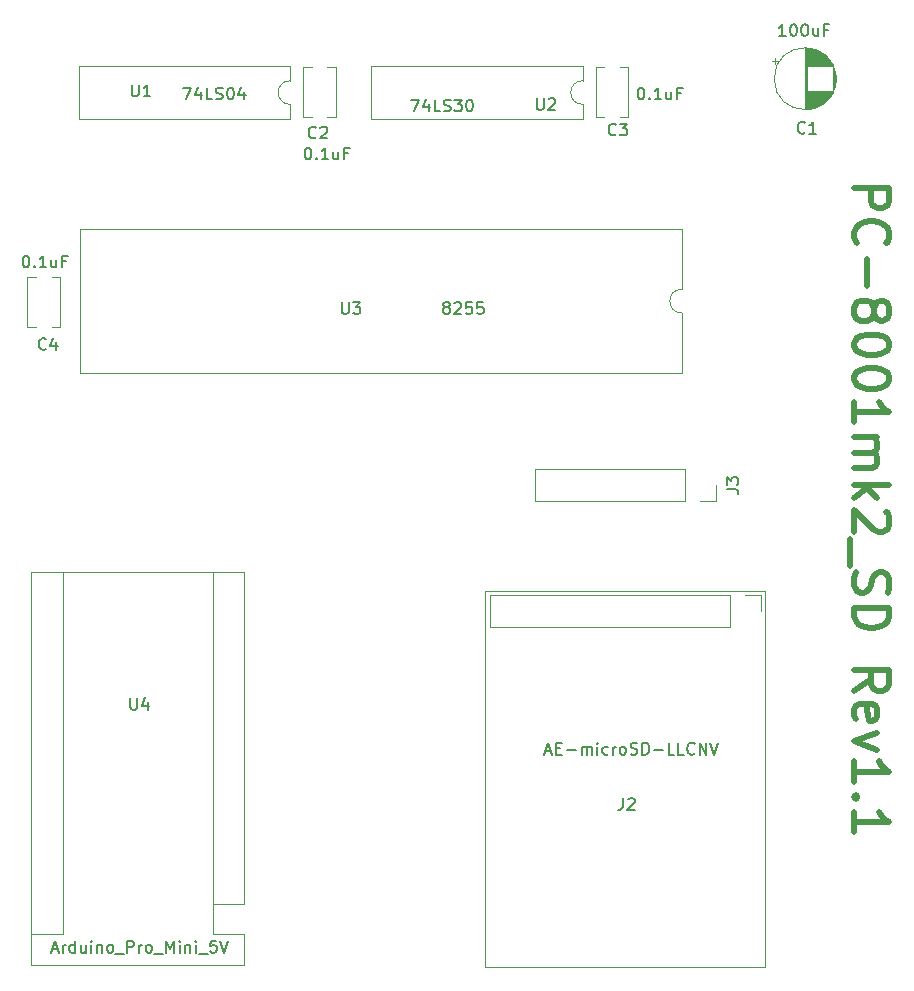
<source format=gto>
G04 #@! TF.GenerationSoftware,KiCad,Pcbnew,(5.1.9)-1*
G04 #@! TF.CreationDate,2022-09-08T13:28:09+09:00*
G04 #@! TF.ProjectId,PC-8001mk2_SD,50432d38-3030-4316-9d6b-325f53442e6b,rev?*
G04 #@! TF.SameCoordinates,PX53920b0PY93c3260*
G04 #@! TF.FileFunction,Legend,Top*
G04 #@! TF.FilePolarity,Positive*
%FSLAX46Y46*%
G04 Gerber Fmt 4.6, Leading zero omitted, Abs format (unit mm)*
G04 Created by KiCad (PCBNEW (5.1.9)-1) date 2022-09-08 13:28:09*
%MOMM*%
%LPD*%
G01*
G04 APERTURE LIST*
%ADD10C,0.150000*%
%ADD11C,0.500000*%
%ADD12C,0.120000*%
G04 APERTURE END LIST*
D10*
X52070190Y56221048D02*
X51974952Y56268667D01*
X51927333Y56316286D01*
X51879714Y56411524D01*
X51879714Y56459143D01*
X51927333Y56554381D01*
X51974952Y56602000D01*
X52070190Y56649620D01*
X52260666Y56649620D01*
X52355904Y56602000D01*
X52403523Y56554381D01*
X52451142Y56459143D01*
X52451142Y56411524D01*
X52403523Y56316286D01*
X52355904Y56268667D01*
X52260666Y56221048D01*
X52070190Y56221048D01*
X51974952Y56173429D01*
X51927333Y56125810D01*
X51879714Y56030572D01*
X51879714Y55840096D01*
X51927333Y55744858D01*
X51974952Y55697239D01*
X52070190Y55649620D01*
X52260666Y55649620D01*
X52355904Y55697239D01*
X52403523Y55744858D01*
X52451142Y55840096D01*
X52451142Y56030572D01*
X52403523Y56125810D01*
X52355904Y56173429D01*
X52260666Y56221048D01*
X52832095Y56554381D02*
X52879714Y56602000D01*
X52974952Y56649620D01*
X53213047Y56649620D01*
X53308285Y56602000D01*
X53355904Y56554381D01*
X53403523Y56459143D01*
X53403523Y56363905D01*
X53355904Y56221048D01*
X52784476Y55649620D01*
X53403523Y55649620D01*
X54308285Y56649620D02*
X53832095Y56649620D01*
X53784476Y56173429D01*
X53832095Y56221048D01*
X53927333Y56268667D01*
X54165428Y56268667D01*
X54260666Y56221048D01*
X54308285Y56173429D01*
X54355904Y56078191D01*
X54355904Y55840096D01*
X54308285Y55744858D01*
X54260666Y55697239D01*
X54165428Y55649620D01*
X53927333Y55649620D01*
X53832095Y55697239D01*
X53784476Y55744858D01*
X55260666Y56649620D02*
X54784476Y56649620D01*
X54736857Y56173429D01*
X54784476Y56221048D01*
X54879714Y56268667D01*
X55117809Y56268667D01*
X55213047Y56221048D01*
X55260666Y56173429D01*
X55308285Y56078191D01*
X55308285Y55840096D01*
X55260666Y55744858D01*
X55213047Y55697239D01*
X55117809Y55649620D01*
X54879714Y55649620D01*
X54784476Y55697239D01*
X54736857Y55744858D01*
X49173142Y73794620D02*
X49839809Y73794620D01*
X49411238Y72794620D01*
X50649333Y73461286D02*
X50649333Y72794620D01*
X50411238Y73842239D02*
X50173142Y73127953D01*
X50792190Y73127953D01*
X51649333Y72794620D02*
X51173142Y72794620D01*
X51173142Y73794620D01*
X51935047Y72842239D02*
X52077904Y72794620D01*
X52316000Y72794620D01*
X52411238Y72842239D01*
X52458857Y72889858D01*
X52506476Y72985096D01*
X52506476Y73080334D01*
X52458857Y73175572D01*
X52411238Y73223191D01*
X52316000Y73270810D01*
X52125523Y73318429D01*
X52030285Y73366048D01*
X51982666Y73413667D01*
X51935047Y73508905D01*
X51935047Y73604143D01*
X51982666Y73699381D01*
X52030285Y73747000D01*
X52125523Y73794620D01*
X52363619Y73794620D01*
X52506476Y73747000D01*
X52839809Y73794620D02*
X53458857Y73794620D01*
X53125523Y73413667D01*
X53268380Y73413667D01*
X53363619Y73366048D01*
X53411238Y73318429D01*
X53458857Y73223191D01*
X53458857Y72985096D01*
X53411238Y72889858D01*
X53363619Y72842239D01*
X53268380Y72794620D01*
X52982666Y72794620D01*
X52887428Y72842239D01*
X52839809Y72889858D01*
X54077904Y73794620D02*
X54173142Y73794620D01*
X54268380Y73747000D01*
X54316000Y73699381D01*
X54363619Y73604143D01*
X54411238Y73413667D01*
X54411238Y73175572D01*
X54363619Y72985096D01*
X54316000Y72889858D01*
X54268380Y72842239D01*
X54173142Y72794620D01*
X54077904Y72794620D01*
X53982666Y72842239D01*
X53935047Y72889858D01*
X53887428Y72985096D01*
X53839809Y73175572D01*
X53839809Y73413667D01*
X53887428Y73604143D01*
X53935047Y73699381D01*
X53982666Y73747000D01*
X54077904Y73794620D01*
X18757238Y1865334D02*
X19233428Y1865334D01*
X18662000Y1579620D02*
X18995333Y2579620D01*
X19328666Y1579620D01*
X19662000Y1579620D02*
X19662000Y2246286D01*
X19662000Y2055810D02*
X19709619Y2151048D01*
X19757238Y2198667D01*
X19852476Y2246286D01*
X19947714Y2246286D01*
X20709619Y1579620D02*
X20709619Y2579620D01*
X20709619Y1627239D02*
X20614380Y1579620D01*
X20423904Y1579620D01*
X20328666Y1627239D01*
X20281047Y1674858D01*
X20233428Y1770096D01*
X20233428Y2055810D01*
X20281047Y2151048D01*
X20328666Y2198667D01*
X20423904Y2246286D01*
X20614380Y2246286D01*
X20709619Y2198667D01*
X21614380Y2246286D02*
X21614380Y1579620D01*
X21185809Y2246286D02*
X21185809Y1722477D01*
X21233428Y1627239D01*
X21328666Y1579620D01*
X21471523Y1579620D01*
X21566761Y1627239D01*
X21614380Y1674858D01*
X22090571Y1579620D02*
X22090571Y2246286D01*
X22090571Y2579620D02*
X22042952Y2532000D01*
X22090571Y2484381D01*
X22138190Y2532000D01*
X22090571Y2579620D01*
X22090571Y2484381D01*
X22566761Y2246286D02*
X22566761Y1579620D01*
X22566761Y2151048D02*
X22614380Y2198667D01*
X22709619Y2246286D01*
X22852476Y2246286D01*
X22947714Y2198667D01*
X22995333Y2103429D01*
X22995333Y1579620D01*
X23614380Y1579620D02*
X23519142Y1627239D01*
X23471523Y1674858D01*
X23423904Y1770096D01*
X23423904Y2055810D01*
X23471523Y2151048D01*
X23519142Y2198667D01*
X23614380Y2246286D01*
X23757238Y2246286D01*
X23852476Y2198667D01*
X23900095Y2151048D01*
X23947714Y2055810D01*
X23947714Y1770096D01*
X23900095Y1674858D01*
X23852476Y1627239D01*
X23757238Y1579620D01*
X23614380Y1579620D01*
X24138190Y1484381D02*
X24900095Y1484381D01*
X25138190Y1579620D02*
X25138190Y2579620D01*
X25519142Y2579620D01*
X25614380Y2532000D01*
X25662000Y2484381D01*
X25709619Y2389143D01*
X25709619Y2246286D01*
X25662000Y2151048D01*
X25614380Y2103429D01*
X25519142Y2055810D01*
X25138190Y2055810D01*
X26138190Y1579620D02*
X26138190Y2246286D01*
X26138190Y2055810D02*
X26185809Y2151048D01*
X26233428Y2198667D01*
X26328666Y2246286D01*
X26423904Y2246286D01*
X26900095Y1579620D02*
X26804857Y1627239D01*
X26757238Y1674858D01*
X26709619Y1770096D01*
X26709619Y2055810D01*
X26757238Y2151048D01*
X26804857Y2198667D01*
X26900095Y2246286D01*
X27042952Y2246286D01*
X27138190Y2198667D01*
X27185809Y2151048D01*
X27233428Y2055810D01*
X27233428Y1770096D01*
X27185809Y1674858D01*
X27138190Y1627239D01*
X27042952Y1579620D01*
X26900095Y1579620D01*
X27423904Y1484381D02*
X28185809Y1484381D01*
X28423904Y1579620D02*
X28423904Y2579620D01*
X28757238Y1865334D01*
X29090571Y2579620D01*
X29090571Y1579620D01*
X29566761Y1579620D02*
X29566761Y2246286D01*
X29566761Y2579620D02*
X29519142Y2532000D01*
X29566761Y2484381D01*
X29614380Y2532000D01*
X29566761Y2579620D01*
X29566761Y2484381D01*
X30042952Y2246286D02*
X30042952Y1579620D01*
X30042952Y2151048D02*
X30090571Y2198667D01*
X30185809Y2246286D01*
X30328666Y2246286D01*
X30423904Y2198667D01*
X30471523Y2103429D01*
X30471523Y1579620D01*
X30947714Y1579620D02*
X30947714Y2246286D01*
X30947714Y2579620D02*
X30900095Y2532000D01*
X30947714Y2484381D01*
X30995333Y2532000D01*
X30947714Y2579620D01*
X30947714Y2484381D01*
X31185809Y1484381D02*
X31947714Y1484381D01*
X32662000Y2579620D02*
X32185809Y2579620D01*
X32138190Y2103429D01*
X32185809Y2151048D01*
X32281047Y2198667D01*
X32519142Y2198667D01*
X32614380Y2151048D01*
X32662000Y2103429D01*
X32709619Y2008191D01*
X32709619Y1770096D01*
X32662000Y1674858D01*
X32614380Y1627239D01*
X32519142Y1579620D01*
X32281047Y1579620D01*
X32185809Y1627239D01*
X32138190Y1674858D01*
X32995333Y2579620D02*
X33328666Y1579620D01*
X33662000Y2579620D01*
X16518142Y60586620D02*
X16613380Y60586620D01*
X16708619Y60539000D01*
X16756238Y60491381D01*
X16803857Y60396143D01*
X16851476Y60205667D01*
X16851476Y59967572D01*
X16803857Y59777096D01*
X16756238Y59681858D01*
X16708619Y59634239D01*
X16613380Y59586620D01*
X16518142Y59586620D01*
X16422904Y59634239D01*
X16375285Y59681858D01*
X16327666Y59777096D01*
X16280047Y59967572D01*
X16280047Y60205667D01*
X16327666Y60396143D01*
X16375285Y60491381D01*
X16422904Y60539000D01*
X16518142Y60586620D01*
X17280047Y59681858D02*
X17327666Y59634239D01*
X17280047Y59586620D01*
X17232428Y59634239D01*
X17280047Y59681858D01*
X17280047Y59586620D01*
X18280047Y59586620D02*
X17708619Y59586620D01*
X17994333Y59586620D02*
X17994333Y60586620D01*
X17899095Y60443762D01*
X17803857Y60348524D01*
X17708619Y60300905D01*
X19137190Y60253286D02*
X19137190Y59586620D01*
X18708619Y60253286D02*
X18708619Y59729477D01*
X18756238Y59634239D01*
X18851476Y59586620D01*
X18994333Y59586620D01*
X19089571Y59634239D01*
X19137190Y59681858D01*
X19946714Y60110429D02*
X19613380Y60110429D01*
X19613380Y59586620D02*
X19613380Y60586620D01*
X20089571Y60586620D01*
X80875380Y79176620D02*
X80303952Y79176620D01*
X80589666Y79176620D02*
X80589666Y80176620D01*
X80494428Y80033762D01*
X80399190Y79938524D01*
X80303952Y79890905D01*
X81494428Y80176620D02*
X81589666Y80176620D01*
X81684904Y80129000D01*
X81732523Y80081381D01*
X81780142Y79986143D01*
X81827761Y79795667D01*
X81827761Y79557572D01*
X81780142Y79367096D01*
X81732523Y79271858D01*
X81684904Y79224239D01*
X81589666Y79176620D01*
X81494428Y79176620D01*
X81399190Y79224239D01*
X81351571Y79271858D01*
X81303952Y79367096D01*
X81256333Y79557572D01*
X81256333Y79795667D01*
X81303952Y79986143D01*
X81351571Y80081381D01*
X81399190Y80129000D01*
X81494428Y80176620D01*
X82446809Y80176620D02*
X82542047Y80176620D01*
X82637285Y80129000D01*
X82684904Y80081381D01*
X82732523Y79986143D01*
X82780142Y79795667D01*
X82780142Y79557572D01*
X82732523Y79367096D01*
X82684904Y79271858D01*
X82637285Y79224239D01*
X82542047Y79176620D01*
X82446809Y79176620D01*
X82351571Y79224239D01*
X82303952Y79271858D01*
X82256333Y79367096D01*
X82208714Y79557572D01*
X82208714Y79795667D01*
X82256333Y79986143D01*
X82303952Y80081381D01*
X82351571Y80129000D01*
X82446809Y80176620D01*
X83637285Y79843286D02*
X83637285Y79176620D01*
X83208714Y79843286D02*
X83208714Y79319477D01*
X83256333Y79224239D01*
X83351571Y79176620D01*
X83494428Y79176620D01*
X83589666Y79224239D01*
X83637285Y79271858D01*
X84446809Y79700429D02*
X84113476Y79700429D01*
X84113476Y79176620D02*
X84113476Y80176620D01*
X84589666Y80176620D01*
X68588142Y74810620D02*
X68683380Y74810620D01*
X68778619Y74763000D01*
X68826238Y74715381D01*
X68873857Y74620143D01*
X68921476Y74429667D01*
X68921476Y74191572D01*
X68873857Y74001096D01*
X68826238Y73905858D01*
X68778619Y73858239D01*
X68683380Y73810620D01*
X68588142Y73810620D01*
X68492904Y73858239D01*
X68445285Y73905858D01*
X68397666Y74001096D01*
X68350047Y74191572D01*
X68350047Y74429667D01*
X68397666Y74620143D01*
X68445285Y74715381D01*
X68492904Y74763000D01*
X68588142Y74810620D01*
X69350047Y73905858D02*
X69397666Y73858239D01*
X69350047Y73810620D01*
X69302428Y73858239D01*
X69350047Y73905858D01*
X69350047Y73810620D01*
X70350047Y73810620D02*
X69778619Y73810620D01*
X70064333Y73810620D02*
X70064333Y74810620D01*
X69969095Y74667762D01*
X69873857Y74572524D01*
X69778619Y74524905D01*
X71207190Y74477286D02*
X71207190Y73810620D01*
X70778619Y74477286D02*
X70778619Y73953477D01*
X70826238Y73858239D01*
X70921476Y73810620D01*
X71064333Y73810620D01*
X71159571Y73858239D01*
X71207190Y73905858D01*
X72016714Y74334429D02*
X71683380Y74334429D01*
X71683380Y73810620D02*
X71683380Y74810620D01*
X72159571Y74810620D01*
X40394142Y69730620D02*
X40489380Y69730620D01*
X40584619Y69683000D01*
X40632238Y69635381D01*
X40679857Y69540143D01*
X40727476Y69349667D01*
X40727476Y69111572D01*
X40679857Y68921096D01*
X40632238Y68825858D01*
X40584619Y68778239D01*
X40489380Y68730620D01*
X40394142Y68730620D01*
X40298904Y68778239D01*
X40251285Y68825858D01*
X40203666Y68921096D01*
X40156047Y69111572D01*
X40156047Y69349667D01*
X40203666Y69540143D01*
X40251285Y69635381D01*
X40298904Y69683000D01*
X40394142Y69730620D01*
X41156047Y68825858D02*
X41203666Y68778239D01*
X41156047Y68730620D01*
X41108428Y68778239D01*
X41156047Y68825858D01*
X41156047Y68730620D01*
X42156047Y68730620D02*
X41584619Y68730620D01*
X41870333Y68730620D02*
X41870333Y69730620D01*
X41775095Y69587762D01*
X41679857Y69492524D01*
X41584619Y69444905D01*
X43013190Y69397286D02*
X43013190Y68730620D01*
X42584619Y69397286D02*
X42584619Y68873477D01*
X42632238Y68778239D01*
X42727476Y68730620D01*
X42870333Y68730620D01*
X42965571Y68778239D01*
X43013190Y68825858D01*
X43822714Y69254429D02*
X43489380Y69254429D01*
X43489380Y68730620D02*
X43489380Y69730620D01*
X43965571Y69730620D01*
X29869142Y74810620D02*
X30535809Y74810620D01*
X30107238Y73810620D01*
X31345333Y74477286D02*
X31345333Y73810620D01*
X31107238Y74858239D02*
X30869142Y74143953D01*
X31488190Y74143953D01*
X32345333Y73810620D02*
X31869142Y73810620D01*
X31869142Y74810620D01*
X32631047Y73858239D02*
X32773904Y73810620D01*
X33012000Y73810620D01*
X33107238Y73858239D01*
X33154857Y73905858D01*
X33202476Y74001096D01*
X33202476Y74096334D01*
X33154857Y74191572D01*
X33107238Y74239191D01*
X33012000Y74286810D01*
X32821523Y74334429D01*
X32726285Y74382048D01*
X32678666Y74429667D01*
X32631047Y74524905D01*
X32631047Y74620143D01*
X32678666Y74715381D01*
X32726285Y74763000D01*
X32821523Y74810620D01*
X33059619Y74810620D01*
X33202476Y74763000D01*
X33821523Y74810620D02*
X33916761Y74810620D01*
X34012000Y74763000D01*
X34059619Y74715381D01*
X34107238Y74620143D01*
X34154857Y74429667D01*
X34154857Y74191572D01*
X34107238Y74001096D01*
X34059619Y73905858D01*
X34012000Y73858239D01*
X33916761Y73810620D01*
X33821523Y73810620D01*
X33726285Y73858239D01*
X33678666Y73905858D01*
X33631047Y74001096D01*
X33583428Y74191572D01*
X33583428Y74429667D01*
X33631047Y74620143D01*
X33678666Y74715381D01*
X33726285Y74763000D01*
X33821523Y74810620D01*
X35012000Y74477286D02*
X35012000Y73810620D01*
X34773904Y74858239D02*
X34535809Y74143953D01*
X35154857Y74143953D01*
D11*
X86653857Y66330286D02*
X89653857Y66330286D01*
X89653857Y65187429D01*
X89511000Y64901715D01*
X89368142Y64758858D01*
X89082428Y64616000D01*
X88653857Y64616000D01*
X88368142Y64758858D01*
X88225285Y64901715D01*
X88082428Y65187429D01*
X88082428Y66330286D01*
X86939571Y61616000D02*
X86796714Y61758858D01*
X86653857Y62187429D01*
X86653857Y62473143D01*
X86796714Y62901715D01*
X87082428Y63187429D01*
X87368142Y63330286D01*
X87939571Y63473143D01*
X88368142Y63473143D01*
X88939571Y63330286D01*
X89225285Y63187429D01*
X89511000Y62901715D01*
X89653857Y62473143D01*
X89653857Y62187429D01*
X89511000Y61758858D01*
X89368142Y61616000D01*
X87796714Y60330286D02*
X87796714Y58044572D01*
X88368142Y56187429D02*
X88511000Y56473143D01*
X88653857Y56616000D01*
X88939571Y56758858D01*
X89082428Y56758858D01*
X89368142Y56616000D01*
X89511000Y56473143D01*
X89653857Y56187429D01*
X89653857Y55616000D01*
X89511000Y55330286D01*
X89368142Y55187429D01*
X89082428Y55044572D01*
X88939571Y55044572D01*
X88653857Y55187429D01*
X88511000Y55330286D01*
X88368142Y55616000D01*
X88368142Y56187429D01*
X88225285Y56473143D01*
X88082428Y56616000D01*
X87796714Y56758858D01*
X87225285Y56758858D01*
X86939571Y56616000D01*
X86796714Y56473143D01*
X86653857Y56187429D01*
X86653857Y55616000D01*
X86796714Y55330286D01*
X86939571Y55187429D01*
X87225285Y55044572D01*
X87796714Y55044572D01*
X88082428Y55187429D01*
X88225285Y55330286D01*
X88368142Y55616000D01*
X89653857Y53187429D02*
X89653857Y52901715D01*
X89511000Y52616000D01*
X89368142Y52473143D01*
X89082428Y52330286D01*
X88511000Y52187429D01*
X87796714Y52187429D01*
X87225285Y52330286D01*
X86939571Y52473143D01*
X86796714Y52616000D01*
X86653857Y52901715D01*
X86653857Y53187429D01*
X86796714Y53473143D01*
X86939571Y53616000D01*
X87225285Y53758858D01*
X87796714Y53901715D01*
X88511000Y53901715D01*
X89082428Y53758858D01*
X89368142Y53616000D01*
X89511000Y53473143D01*
X89653857Y53187429D01*
X89653857Y50330286D02*
X89653857Y50044572D01*
X89511000Y49758858D01*
X89368142Y49616000D01*
X89082428Y49473143D01*
X88511000Y49330286D01*
X87796714Y49330286D01*
X87225285Y49473143D01*
X86939571Y49616000D01*
X86796714Y49758858D01*
X86653857Y50044572D01*
X86653857Y50330286D01*
X86796714Y50616000D01*
X86939571Y50758858D01*
X87225285Y50901715D01*
X87796714Y51044572D01*
X88511000Y51044572D01*
X89082428Y50901715D01*
X89368142Y50758858D01*
X89511000Y50616000D01*
X89653857Y50330286D01*
X86653857Y46473143D02*
X86653857Y48187429D01*
X86653857Y47330286D02*
X89653857Y47330286D01*
X89225285Y47616000D01*
X88939571Y47901715D01*
X88796714Y48187429D01*
X86653857Y45187429D02*
X88653857Y45187429D01*
X88368142Y45187429D02*
X88511000Y45044572D01*
X88653857Y44758858D01*
X88653857Y44330286D01*
X88511000Y44044572D01*
X88225285Y43901715D01*
X86653857Y43901715D01*
X88225285Y43901715D02*
X88511000Y43758858D01*
X88653857Y43473143D01*
X88653857Y43044572D01*
X88511000Y42758858D01*
X88225285Y42616000D01*
X86653857Y42616000D01*
X86653857Y41187429D02*
X89653857Y41187429D01*
X87796714Y40901715D02*
X86653857Y40044572D01*
X88653857Y40044572D02*
X87511000Y41187429D01*
X89368142Y38901715D02*
X89511000Y38758858D01*
X89653857Y38473143D01*
X89653857Y37758858D01*
X89511000Y37473143D01*
X89368142Y37330286D01*
X89082428Y37187429D01*
X88796714Y37187429D01*
X88368142Y37330286D01*
X86653857Y39044572D01*
X86653857Y37187429D01*
X86368142Y36616000D02*
X86368142Y34330286D01*
X86796714Y33758858D02*
X86653857Y33330286D01*
X86653857Y32616000D01*
X86796714Y32330286D01*
X86939571Y32187429D01*
X87225285Y32044572D01*
X87511000Y32044572D01*
X87796714Y32187429D01*
X87939571Y32330286D01*
X88082428Y32616000D01*
X88225285Y33187429D01*
X88368142Y33473143D01*
X88511000Y33616000D01*
X88796714Y33758858D01*
X89082428Y33758858D01*
X89368142Y33616000D01*
X89511000Y33473143D01*
X89653857Y33187429D01*
X89653857Y32473143D01*
X89511000Y32044572D01*
X86653857Y30758858D02*
X89653857Y30758858D01*
X89653857Y30044572D01*
X89511000Y29616000D01*
X89225285Y29330286D01*
X88939571Y29187429D01*
X88368142Y29044572D01*
X87939571Y29044572D01*
X87368142Y29187429D01*
X87082428Y29330286D01*
X86796714Y29616000D01*
X86653857Y30044572D01*
X86653857Y30758858D01*
X86653857Y23758858D02*
X88082428Y24758858D01*
X86653857Y25473143D02*
X89653857Y25473143D01*
X89653857Y24330286D01*
X89511000Y24044572D01*
X89368142Y23901715D01*
X89082428Y23758858D01*
X88653857Y23758858D01*
X88368142Y23901715D01*
X88225285Y24044572D01*
X88082428Y24330286D01*
X88082428Y25473143D01*
X86796714Y21330286D02*
X86653857Y21616000D01*
X86653857Y22187429D01*
X86796714Y22473143D01*
X87082428Y22616000D01*
X88225285Y22616000D01*
X88511000Y22473143D01*
X88653857Y22187429D01*
X88653857Y21616000D01*
X88511000Y21330286D01*
X88225285Y21187429D01*
X87939571Y21187429D01*
X87653857Y22616000D01*
X88653857Y20187429D02*
X86653857Y19473143D01*
X88653857Y18758858D01*
X86653857Y16044572D02*
X86653857Y17758858D01*
X86653857Y16901715D02*
X89653857Y16901715D01*
X89225285Y17187429D01*
X88939571Y17473143D01*
X88796714Y17758858D01*
X86939571Y14758858D02*
X86796714Y14616000D01*
X86653857Y14758858D01*
X86796714Y14901715D01*
X86939571Y14758858D01*
X86653857Y14758858D01*
X86653857Y11758858D02*
X86653857Y13473143D01*
X86653857Y12616000D02*
X89653857Y12616000D01*
X89225285Y12901715D01*
X88939571Y13187429D01*
X88796714Y13473143D01*
D12*
X18724000Y58747000D02*
X19429000Y58747000D01*
X16689000Y58747000D02*
X17394000Y58747000D01*
X18724000Y54507000D02*
X19429000Y54507000D01*
X16689000Y54507000D02*
X17394000Y54507000D01*
X19429000Y54507000D02*
X19429000Y58747000D01*
X16689000Y54507000D02*
X16689000Y58747000D01*
X72069000Y50677000D02*
X72069000Y55737000D01*
X21149000Y50677000D02*
X72069000Y50677000D01*
X21149000Y62797000D02*
X21149000Y50677000D01*
X72069000Y62797000D02*
X21149000Y62797000D01*
X72069000Y57737000D02*
X72069000Y62797000D01*
X72069000Y55737000D02*
G75*
G02*
X72069000Y57737000I0J1000000D01*
G01*
X85150000Y75565000D02*
G75*
G03*
X85150000Y75565000I-2620000J0D01*
G01*
X82530000Y78145000D02*
X82530000Y72985000D01*
X82570000Y78145000D02*
X82570000Y72985000D01*
X82610000Y78144000D02*
X82610000Y72986000D01*
X82650000Y78143000D02*
X82650000Y72987000D01*
X82690000Y78141000D02*
X82690000Y72989000D01*
X82730000Y78138000D02*
X82730000Y72992000D01*
X82770000Y78134000D02*
X82770000Y76605000D01*
X82770000Y74525000D02*
X82770000Y72996000D01*
X82810000Y78130000D02*
X82810000Y76605000D01*
X82810000Y74525000D02*
X82810000Y73000000D01*
X82850000Y78126000D02*
X82850000Y76605000D01*
X82850000Y74525000D02*
X82850000Y73004000D01*
X82890000Y78121000D02*
X82890000Y76605000D01*
X82890000Y74525000D02*
X82890000Y73009000D01*
X82930000Y78115000D02*
X82930000Y76605000D01*
X82930000Y74525000D02*
X82930000Y73015000D01*
X82970000Y78108000D02*
X82970000Y76605000D01*
X82970000Y74525000D02*
X82970000Y73022000D01*
X83010000Y78101000D02*
X83010000Y76605000D01*
X83010000Y74525000D02*
X83010000Y73029000D01*
X83050000Y78093000D02*
X83050000Y76605000D01*
X83050000Y74525000D02*
X83050000Y73037000D01*
X83090000Y78085000D02*
X83090000Y76605000D01*
X83090000Y74525000D02*
X83090000Y73045000D01*
X83130000Y78076000D02*
X83130000Y76605000D01*
X83130000Y74525000D02*
X83130000Y73054000D01*
X83170000Y78066000D02*
X83170000Y76605000D01*
X83170000Y74525000D02*
X83170000Y73064000D01*
X83210000Y78056000D02*
X83210000Y76605000D01*
X83210000Y74525000D02*
X83210000Y73074000D01*
X83251000Y78045000D02*
X83251000Y76605000D01*
X83251000Y74525000D02*
X83251000Y73085000D01*
X83291000Y78033000D02*
X83291000Y76605000D01*
X83291000Y74525000D02*
X83291000Y73097000D01*
X83331000Y78020000D02*
X83331000Y76605000D01*
X83331000Y74525000D02*
X83331000Y73110000D01*
X83371000Y78007000D02*
X83371000Y76605000D01*
X83371000Y74525000D02*
X83371000Y73123000D01*
X83411000Y77993000D02*
X83411000Y76605000D01*
X83411000Y74525000D02*
X83411000Y73137000D01*
X83451000Y77979000D02*
X83451000Y76605000D01*
X83451000Y74525000D02*
X83451000Y73151000D01*
X83491000Y77963000D02*
X83491000Y76605000D01*
X83491000Y74525000D02*
X83491000Y73167000D01*
X83531000Y77947000D02*
X83531000Y76605000D01*
X83531000Y74525000D02*
X83531000Y73183000D01*
X83571000Y77930000D02*
X83571000Y76605000D01*
X83571000Y74525000D02*
X83571000Y73200000D01*
X83611000Y77913000D02*
X83611000Y76605000D01*
X83611000Y74525000D02*
X83611000Y73217000D01*
X83651000Y77894000D02*
X83651000Y76605000D01*
X83651000Y74525000D02*
X83651000Y73236000D01*
X83691000Y77875000D02*
X83691000Y76605000D01*
X83691000Y74525000D02*
X83691000Y73255000D01*
X83731000Y77855000D02*
X83731000Y76605000D01*
X83731000Y74525000D02*
X83731000Y73275000D01*
X83771000Y77833000D02*
X83771000Y76605000D01*
X83771000Y74525000D02*
X83771000Y73297000D01*
X83811000Y77812000D02*
X83811000Y76605000D01*
X83811000Y74525000D02*
X83811000Y73318000D01*
X83851000Y77789000D02*
X83851000Y76605000D01*
X83851000Y74525000D02*
X83851000Y73341000D01*
X83891000Y77765000D02*
X83891000Y76605000D01*
X83891000Y74525000D02*
X83891000Y73365000D01*
X83931000Y77740000D02*
X83931000Y76605000D01*
X83931000Y74525000D02*
X83931000Y73390000D01*
X83971000Y77714000D02*
X83971000Y76605000D01*
X83971000Y74525000D02*
X83971000Y73416000D01*
X84011000Y77687000D02*
X84011000Y76605000D01*
X84011000Y74525000D02*
X84011000Y73443000D01*
X84051000Y77660000D02*
X84051000Y76605000D01*
X84051000Y74525000D02*
X84051000Y73470000D01*
X84091000Y77630000D02*
X84091000Y76605000D01*
X84091000Y74525000D02*
X84091000Y73500000D01*
X84131000Y77600000D02*
X84131000Y76605000D01*
X84131000Y74525000D02*
X84131000Y73530000D01*
X84171000Y77569000D02*
X84171000Y76605000D01*
X84171000Y74525000D02*
X84171000Y73561000D01*
X84211000Y77536000D02*
X84211000Y76605000D01*
X84211000Y74525000D02*
X84211000Y73594000D01*
X84251000Y77502000D02*
X84251000Y76605000D01*
X84251000Y74525000D02*
X84251000Y73628000D01*
X84291000Y77466000D02*
X84291000Y76605000D01*
X84291000Y74525000D02*
X84291000Y73664000D01*
X84331000Y77429000D02*
X84331000Y76605000D01*
X84331000Y74525000D02*
X84331000Y73701000D01*
X84371000Y77391000D02*
X84371000Y76605000D01*
X84371000Y74525000D02*
X84371000Y73739000D01*
X84411000Y77350000D02*
X84411000Y76605000D01*
X84411000Y74525000D02*
X84411000Y73780000D01*
X84451000Y77308000D02*
X84451000Y76605000D01*
X84451000Y74525000D02*
X84451000Y73822000D01*
X84491000Y77264000D02*
X84491000Y76605000D01*
X84491000Y74525000D02*
X84491000Y73866000D01*
X84531000Y77218000D02*
X84531000Y76605000D01*
X84531000Y74525000D02*
X84531000Y73912000D01*
X84571000Y77170000D02*
X84571000Y76605000D01*
X84571000Y74525000D02*
X84571000Y73960000D01*
X84611000Y77119000D02*
X84611000Y76605000D01*
X84611000Y74525000D02*
X84611000Y74011000D01*
X84651000Y77065000D02*
X84651000Y76605000D01*
X84651000Y74525000D02*
X84651000Y74065000D01*
X84691000Y77008000D02*
X84691000Y76605000D01*
X84691000Y74525000D02*
X84691000Y74122000D01*
X84731000Y76948000D02*
X84731000Y76605000D01*
X84731000Y74525000D02*
X84731000Y74182000D01*
X84771000Y76884000D02*
X84771000Y76605000D01*
X84771000Y74525000D02*
X84771000Y74246000D01*
X84811000Y76816000D02*
X84811000Y76605000D01*
X84811000Y74525000D02*
X84811000Y74314000D01*
X84851000Y76743000D02*
X84851000Y74387000D01*
X84891000Y76663000D02*
X84891000Y74467000D01*
X84931000Y76576000D02*
X84931000Y74554000D01*
X84971000Y76480000D02*
X84971000Y74650000D01*
X85011000Y76370000D02*
X85011000Y74760000D01*
X85051000Y76242000D02*
X85051000Y74888000D01*
X85091000Y76083000D02*
X85091000Y75047000D01*
X85131000Y75849000D02*
X85131000Y75281000D01*
X79725225Y77040000D02*
X80225225Y77040000D01*
X79975225Y77290000D02*
X79975225Y76790000D01*
X42772000Y76530000D02*
X42772000Y72290000D01*
X40032000Y76530000D02*
X40032000Y72290000D01*
X42772000Y76530000D02*
X42067000Y76530000D01*
X40737000Y76530000D02*
X40032000Y76530000D01*
X42772000Y72290000D02*
X42067000Y72290000D01*
X40737000Y72290000D02*
X40032000Y72290000D01*
X65502000Y72290000D02*
X64797000Y72290000D01*
X67537000Y72290000D02*
X66832000Y72290000D01*
X65502000Y76530000D02*
X64797000Y76530000D01*
X67537000Y76530000D02*
X66832000Y76530000D01*
X64797000Y76530000D02*
X64797000Y72290000D01*
X67537000Y76530000D02*
X67537000Y72290000D01*
X63687000Y72140000D02*
X63687000Y73390000D01*
X45787000Y72140000D02*
X63687000Y72140000D01*
X45787000Y76640000D02*
X45787000Y72140000D01*
X63687000Y76640000D02*
X45787000Y76640000D01*
X63687000Y75390000D02*
X63687000Y76640000D01*
X63687000Y73390000D02*
G75*
G02*
X63687000Y75390000I0J1000000D01*
G01*
X79150000Y32180000D02*
X55450000Y32180000D01*
X79150000Y380000D02*
X79150000Y32180000D01*
X55450000Y380000D02*
X79150000Y380000D01*
X55450000Y32180000D02*
X55450000Y380000D01*
X78800000Y31810000D02*
X78800000Y30480000D01*
X77470000Y31810000D02*
X78800000Y31810000D01*
X76200000Y31810000D02*
X76200000Y29150000D01*
X76200000Y29150000D02*
X55820000Y29150000D01*
X76200000Y31810000D02*
X55820000Y31810000D01*
X55820000Y31810000D02*
X55820000Y29150000D01*
X38922000Y75390000D02*
X38922000Y76640000D01*
X38922000Y76640000D02*
X21022000Y76640000D01*
X21022000Y76640000D02*
X21022000Y72140000D01*
X21022000Y72140000D02*
X38922000Y72140000D01*
X38922000Y72140000D02*
X38922000Y73390000D01*
X38922000Y73390000D02*
G75*
G02*
X38922000Y75390000I0J1000000D01*
G01*
X17018000Y508000D02*
X35052000Y508000D01*
X17018000Y33782000D02*
X17018000Y508000D01*
X32385000Y5715000D02*
X32385000Y33782000D01*
X32385000Y5715000D02*
X35052000Y5715000D01*
X35052000Y33782000D02*
X17015000Y33782000D01*
X19685000Y3175000D02*
X19685000Y33782000D01*
X19685000Y3175000D02*
X17015000Y3175000D01*
X35052000Y508000D02*
X35052000Y3175000D01*
X35052000Y5715000D02*
X35052000Y33782000D01*
X32385000Y3175000D02*
X35052000Y3175000D01*
X32385000Y5715000D02*
X32385000Y3175000D01*
X72390000Y42478000D02*
X72390000Y39818000D01*
X72390000Y42478000D02*
X59630000Y42478000D01*
X59630000Y42478000D02*
X59630000Y39818000D01*
X72390000Y39818000D02*
X59630000Y39818000D01*
X74990000Y39818000D02*
X73660000Y39818000D01*
X74990000Y41148000D02*
X74990000Y39818000D01*
D10*
X18248333Y52696858D02*
X18200714Y52649239D01*
X18057857Y52601620D01*
X17962619Y52601620D01*
X17819761Y52649239D01*
X17724523Y52744477D01*
X17676904Y52839715D01*
X17629285Y53030191D01*
X17629285Y53173048D01*
X17676904Y53363524D01*
X17724523Y53458762D01*
X17819761Y53554000D01*
X17962619Y53601620D01*
X18057857Y53601620D01*
X18200714Y53554000D01*
X18248333Y53506381D01*
X19105476Y53268286D02*
X19105476Y52601620D01*
X18867380Y53649239D02*
X18629285Y52934953D01*
X19248333Y52934953D01*
X43307095Y56649620D02*
X43307095Y55840096D01*
X43354714Y55744858D01*
X43402333Y55697239D01*
X43497571Y55649620D01*
X43688047Y55649620D01*
X43783285Y55697239D01*
X43830904Y55744858D01*
X43878523Y55840096D01*
X43878523Y56649620D01*
X44259476Y56649620D02*
X44878523Y56649620D01*
X44545190Y56268667D01*
X44688047Y56268667D01*
X44783285Y56221048D01*
X44830904Y56173429D01*
X44878523Y56078191D01*
X44878523Y55840096D01*
X44830904Y55744858D01*
X44783285Y55697239D01*
X44688047Y55649620D01*
X44402333Y55649620D01*
X44307095Y55697239D01*
X44259476Y55744858D01*
X82510333Y71016858D02*
X82462714Y70969239D01*
X82319857Y70921620D01*
X82224619Y70921620D01*
X82081761Y70969239D01*
X81986523Y71064477D01*
X81938904Y71159715D01*
X81891285Y71350191D01*
X81891285Y71493048D01*
X81938904Y71683524D01*
X81986523Y71778762D01*
X82081761Y71874000D01*
X82224619Y71921620D01*
X82319857Y71921620D01*
X82462714Y71874000D01*
X82510333Y71826381D01*
X83462714Y70921620D02*
X82891285Y70921620D01*
X83177000Y70921620D02*
X83177000Y71921620D01*
X83081761Y71778762D01*
X82986523Y71683524D01*
X82891285Y71635905D01*
X41108333Y70603858D02*
X41060714Y70556239D01*
X40917857Y70508620D01*
X40822619Y70508620D01*
X40679761Y70556239D01*
X40584523Y70651477D01*
X40536904Y70746715D01*
X40489285Y70937191D01*
X40489285Y71080048D01*
X40536904Y71270524D01*
X40584523Y71365762D01*
X40679761Y71461000D01*
X40822619Y71508620D01*
X40917857Y71508620D01*
X41060714Y71461000D01*
X41108333Y71413381D01*
X41489285Y71413381D02*
X41536904Y71461000D01*
X41632142Y71508620D01*
X41870238Y71508620D01*
X41965476Y71461000D01*
X42013095Y71413381D01*
X42060714Y71318143D01*
X42060714Y71222905D01*
X42013095Y71080048D01*
X41441666Y70508620D01*
X42060714Y70508620D01*
X66508333Y70857858D02*
X66460714Y70810239D01*
X66317857Y70762620D01*
X66222619Y70762620D01*
X66079761Y70810239D01*
X65984523Y70905477D01*
X65936904Y71000715D01*
X65889285Y71191191D01*
X65889285Y71334048D01*
X65936904Y71524524D01*
X65984523Y71619762D01*
X66079761Y71715000D01*
X66222619Y71762620D01*
X66317857Y71762620D01*
X66460714Y71715000D01*
X66508333Y71667381D01*
X66841666Y71762620D02*
X67460714Y71762620D01*
X67127380Y71381667D01*
X67270238Y71381667D01*
X67365476Y71334048D01*
X67413095Y71286429D01*
X67460714Y71191191D01*
X67460714Y70953096D01*
X67413095Y70857858D01*
X67365476Y70810239D01*
X67270238Y70762620D01*
X66984523Y70762620D01*
X66889285Y70810239D01*
X66841666Y70857858D01*
X59817095Y73921620D02*
X59817095Y73112096D01*
X59864714Y73016858D01*
X59912333Y72969239D01*
X60007571Y72921620D01*
X60198047Y72921620D01*
X60293285Y72969239D01*
X60340904Y73016858D01*
X60388523Y73112096D01*
X60388523Y73921620D01*
X60817095Y73826381D02*
X60864714Y73874000D01*
X60959952Y73921620D01*
X61198047Y73921620D01*
X61293285Y73874000D01*
X61340904Y73826381D01*
X61388523Y73731143D01*
X61388523Y73635905D01*
X61340904Y73493048D01*
X60769476Y72921620D01*
X61388523Y72921620D01*
X67103666Y14644620D02*
X67103666Y13930334D01*
X67056047Y13787477D01*
X66960809Y13692239D01*
X66817952Y13644620D01*
X66722714Y13644620D01*
X67532238Y14549381D02*
X67579857Y14597000D01*
X67675095Y14644620D01*
X67913190Y14644620D01*
X68008428Y14597000D01*
X68056047Y14549381D01*
X68103666Y14454143D01*
X68103666Y14358905D01*
X68056047Y14216048D01*
X67484619Y13644620D01*
X68103666Y13644620D01*
X60556095Y18629334D02*
X61032285Y18629334D01*
X60460857Y18343620D02*
X60794190Y19343620D01*
X61127523Y18343620D01*
X61460857Y18867429D02*
X61794190Y18867429D01*
X61937047Y18343620D02*
X61460857Y18343620D01*
X61460857Y19343620D01*
X61937047Y19343620D01*
X62365619Y18724572D02*
X63127523Y18724572D01*
X63603714Y18343620D02*
X63603714Y19010286D01*
X63603714Y18915048D02*
X63651333Y18962667D01*
X63746571Y19010286D01*
X63889428Y19010286D01*
X63984666Y18962667D01*
X64032285Y18867429D01*
X64032285Y18343620D01*
X64032285Y18867429D02*
X64079904Y18962667D01*
X64175142Y19010286D01*
X64318000Y19010286D01*
X64413238Y18962667D01*
X64460857Y18867429D01*
X64460857Y18343620D01*
X64937047Y18343620D02*
X64937047Y19010286D01*
X64937047Y19343620D02*
X64889428Y19296000D01*
X64937047Y19248381D01*
X64984666Y19296000D01*
X64937047Y19343620D01*
X64937047Y19248381D01*
X65841809Y18391239D02*
X65746571Y18343620D01*
X65556095Y18343620D01*
X65460857Y18391239D01*
X65413238Y18438858D01*
X65365619Y18534096D01*
X65365619Y18819810D01*
X65413238Y18915048D01*
X65460857Y18962667D01*
X65556095Y19010286D01*
X65746571Y19010286D01*
X65841809Y18962667D01*
X66270380Y18343620D02*
X66270380Y19010286D01*
X66270380Y18819810D02*
X66318000Y18915048D01*
X66365619Y18962667D01*
X66460857Y19010286D01*
X66556095Y19010286D01*
X67032285Y18343620D02*
X66937047Y18391239D01*
X66889428Y18438858D01*
X66841809Y18534096D01*
X66841809Y18819810D01*
X66889428Y18915048D01*
X66937047Y18962667D01*
X67032285Y19010286D01*
X67175142Y19010286D01*
X67270380Y18962667D01*
X67318000Y18915048D01*
X67365619Y18819810D01*
X67365619Y18534096D01*
X67318000Y18438858D01*
X67270380Y18391239D01*
X67175142Y18343620D01*
X67032285Y18343620D01*
X67746571Y18391239D02*
X67889428Y18343620D01*
X68127523Y18343620D01*
X68222761Y18391239D01*
X68270380Y18438858D01*
X68318000Y18534096D01*
X68318000Y18629334D01*
X68270380Y18724572D01*
X68222761Y18772191D01*
X68127523Y18819810D01*
X67937047Y18867429D01*
X67841809Y18915048D01*
X67794190Y18962667D01*
X67746571Y19057905D01*
X67746571Y19153143D01*
X67794190Y19248381D01*
X67841809Y19296000D01*
X67937047Y19343620D01*
X68175142Y19343620D01*
X68318000Y19296000D01*
X68746571Y18343620D02*
X68746571Y19343620D01*
X68984666Y19343620D01*
X69127523Y19296000D01*
X69222761Y19200762D01*
X69270380Y19105524D01*
X69318000Y18915048D01*
X69318000Y18772191D01*
X69270380Y18581715D01*
X69222761Y18486477D01*
X69127523Y18391239D01*
X68984666Y18343620D01*
X68746571Y18343620D01*
X69746571Y18724572D02*
X70508476Y18724572D01*
X71460857Y18343620D02*
X70984666Y18343620D01*
X70984666Y19343620D01*
X72270380Y18343620D02*
X71794190Y18343620D01*
X71794190Y19343620D01*
X73175142Y18438858D02*
X73127523Y18391239D01*
X72984666Y18343620D01*
X72889428Y18343620D01*
X72746571Y18391239D01*
X72651333Y18486477D01*
X72603714Y18581715D01*
X72556095Y18772191D01*
X72556095Y18915048D01*
X72603714Y19105524D01*
X72651333Y19200762D01*
X72746571Y19296000D01*
X72889428Y19343620D01*
X72984666Y19343620D01*
X73127523Y19296000D01*
X73175142Y19248381D01*
X73603714Y18343620D02*
X73603714Y19343620D01*
X74175142Y18343620D01*
X74175142Y19343620D01*
X74508476Y19343620D02*
X74841809Y18343620D01*
X75175142Y19343620D01*
X25527095Y75064620D02*
X25527095Y74255096D01*
X25574714Y74159858D01*
X25622333Y74112239D01*
X25717571Y74064620D01*
X25908047Y74064620D01*
X26003285Y74112239D01*
X26050904Y74159858D01*
X26098523Y74255096D01*
X26098523Y75064620D01*
X27098523Y74064620D02*
X26527095Y74064620D01*
X26812809Y74064620D02*
X26812809Y75064620D01*
X26717571Y74921762D01*
X26622333Y74826524D01*
X26527095Y74778905D01*
X25400095Y23153620D02*
X25400095Y22344096D01*
X25447714Y22248858D01*
X25495333Y22201239D01*
X25590571Y22153620D01*
X25781047Y22153620D01*
X25876285Y22201239D01*
X25923904Y22248858D01*
X25971523Y22344096D01*
X25971523Y23153620D01*
X26876285Y22820286D02*
X26876285Y22153620D01*
X26638190Y23201239D02*
X26400095Y22486953D01*
X27019142Y22486953D01*
X75882380Y40814667D02*
X76596666Y40814667D01*
X76739523Y40767048D01*
X76834761Y40671810D01*
X76882380Y40528953D01*
X76882380Y40433715D01*
X75882380Y41195620D02*
X75882380Y41814667D01*
X76263333Y41481334D01*
X76263333Y41624191D01*
X76310952Y41719429D01*
X76358571Y41767048D01*
X76453809Y41814667D01*
X76691904Y41814667D01*
X76787142Y41767048D01*
X76834761Y41719429D01*
X76882380Y41624191D01*
X76882380Y41338477D01*
X76834761Y41243239D01*
X76787142Y41195620D01*
M02*

</source>
